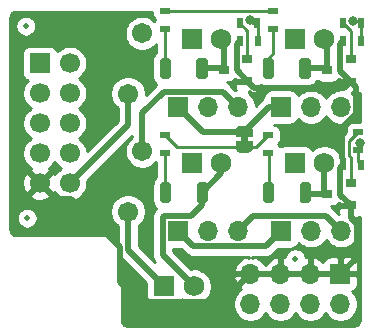
<source format=gbr>
%TF.GenerationSoftware,KiCad,Pcbnew,(5.1.10-1-10_14)*%
%TF.CreationDate,2022-01-11T15:19:51-08:00*%
%TF.ProjectId,FanExpander-Lite,46616e45-7870-4616-9e64-65722d4c6974,V1.0.3*%
%TF.SameCoordinates,Original*%
%TF.FileFunction,Copper,L2,Bot*%
%TF.FilePolarity,Positive*%
%FSLAX46Y46*%
G04 Gerber Fmt 4.6, Leading zero omitted, Abs format (unit mm)*
G04 Created by KiCad (PCBNEW (5.1.10-1-10_14)) date 2022-01-11 15:19:51*
%MOMM*%
%LPD*%
G01*
G04 APERTURE LIST*
%TA.AperFunction,EtchedComponent*%
%ADD10C,0.100000*%
%TD*%
%TA.AperFunction,SMDPad,CuDef*%
%ADD11C,0.500000*%
%TD*%
%TA.AperFunction,ComponentPad*%
%ADD12R,1.700000X1.700000*%
%TD*%
%TA.AperFunction,ComponentPad*%
%ADD13O,1.700000X1.700000*%
%TD*%
%TA.AperFunction,ComponentPad*%
%ADD14C,1.710000*%
%TD*%
%TA.AperFunction,SMDPad,CuDef*%
%ADD15R,0.500000X0.900000*%
%TD*%
%TA.AperFunction,SMDPad,CuDef*%
%ADD16R,0.900000X0.500000*%
%TD*%
%TA.AperFunction,SMDPad,CuDef*%
%ADD17C,0.100000*%
%TD*%
%TA.AperFunction,ComponentPad*%
%ADD18C,1.700000*%
%TD*%
%TA.AperFunction,SMDPad,CuDef*%
%ADD19R,0.900000X0.800000*%
%TD*%
%TA.AperFunction,ComponentPad*%
%ADD20R,1.750000X1.750000*%
%TD*%
%TA.AperFunction,ComponentPad*%
%ADD21C,1.750000*%
%TD*%
%TA.AperFunction,ViaPad*%
%ADD22C,0.800000*%
%TD*%
%TA.AperFunction,Conductor*%
%ADD23C,0.500000*%
%TD*%
%TA.AperFunction,Conductor*%
%ADD24C,0.250000*%
%TD*%
%TA.AperFunction,Conductor*%
%ADD25C,0.254000*%
%TD*%
%TA.AperFunction,Conductor*%
%ADD26C,0.100000*%
%TD*%
G04 APERTURE END LIST*
D10*
%TO.C,JP5*%
G36*
X60456800Y-52396200D02*
G01*
X60456800Y-51896200D01*
X61056800Y-51896200D01*
X61056800Y-52396200D01*
X60456800Y-52396200D01*
G37*
%TD*%
%TO.P,D4,2*%
%TO.N,Net-(D4-Pad2)*%
%TA.AperFunction,SMDPad,CuDef*%
G36*
G01*
X63258120Y-45461720D02*
X63258120Y-46831720D01*
G75*
G02*
X63068120Y-47021720I-190000J0D01*
G01*
X62498120Y-47021720D01*
G75*
G02*
X62308120Y-46831720I0J190000D01*
G01*
X62308120Y-45461720D01*
G75*
G02*
X62498120Y-45271720I190000J0D01*
G01*
X63068120Y-45271720D01*
G75*
G02*
X63258120Y-45461720I0J-190000D01*
G01*
G37*
%TD.AperFunction*%
%TO.P,D4,1*%
%TO.N,/FAN4_Drive*%
%TA.AperFunction,SMDPad,CuDef*%
G36*
G01*
X66358120Y-45461720D02*
X66358120Y-46831720D01*
G75*
G02*
X66168120Y-47021720I-190000J0D01*
G01*
X65598120Y-47021720D01*
G75*
G02*
X65408120Y-46831720I0J190000D01*
G01*
X65408120Y-45461720D01*
G75*
G02*
X65598120Y-45271720I190000J0D01*
G01*
X66168120Y-45271720D01*
G75*
G02*
X66358120Y-45461720I0J-190000D01*
G01*
G37*
%TD.AperFunction*%
%TD*%
%TO.P,D3,2*%
%TO.N,Net-(D3-Pad2)*%
%TA.AperFunction,SMDPad,CuDef*%
G36*
G01*
X63283520Y-55977320D02*
X63283520Y-57347320D01*
G75*
G02*
X63093520Y-57537320I-190000J0D01*
G01*
X62523520Y-57537320D01*
G75*
G02*
X62333520Y-57347320I0J190000D01*
G01*
X62333520Y-55977320D01*
G75*
G02*
X62523520Y-55787320I190000J0D01*
G01*
X63093520Y-55787320D01*
G75*
G02*
X63283520Y-55977320I0J-190000D01*
G01*
G37*
%TD.AperFunction*%
%TO.P,D3,1*%
%TO.N,/FAN3_Drive*%
%TA.AperFunction,SMDPad,CuDef*%
G36*
G01*
X66383520Y-55977320D02*
X66383520Y-57347320D01*
G75*
G02*
X66193520Y-57537320I-190000J0D01*
G01*
X65623520Y-57537320D01*
G75*
G02*
X65433520Y-57347320I0J190000D01*
G01*
X65433520Y-55977320D01*
G75*
G02*
X65623520Y-55787320I190000J0D01*
G01*
X66193520Y-55787320D01*
G75*
G02*
X66383520Y-55977320I0J-190000D01*
G01*
G37*
%TD.AperFunction*%
%TD*%
%TO.P,D2,2*%
%TO.N,Net-(D2-Pad2)*%
%TA.AperFunction,SMDPad,CuDef*%
G36*
G01*
X54545920Y-45461720D02*
X54545920Y-46831720D01*
G75*
G02*
X54355920Y-47021720I-190000J0D01*
G01*
X53785920Y-47021720D01*
G75*
G02*
X53595920Y-46831720I0J190000D01*
G01*
X53595920Y-45461720D01*
G75*
G02*
X53785920Y-45271720I190000J0D01*
G01*
X54355920Y-45271720D01*
G75*
G02*
X54545920Y-45461720I0J-190000D01*
G01*
G37*
%TD.AperFunction*%
%TO.P,D2,1*%
%TO.N,/FAN2_Drive*%
%TA.AperFunction,SMDPad,CuDef*%
G36*
G01*
X57645920Y-45461720D02*
X57645920Y-46831720D01*
G75*
G02*
X57455920Y-47021720I-190000J0D01*
G01*
X56885920Y-47021720D01*
G75*
G02*
X56695920Y-46831720I0J190000D01*
G01*
X56695920Y-45461720D01*
G75*
G02*
X56885920Y-45271720I190000J0D01*
G01*
X57455920Y-45271720D01*
G75*
G02*
X57645920Y-45461720I0J-190000D01*
G01*
G37*
%TD.AperFunction*%
%TD*%
%TO.P,D1,2*%
%TO.N,Net-(D1-Pad2)*%
%TA.AperFunction,SMDPad,CuDef*%
G36*
G01*
X54551000Y-55982400D02*
X54551000Y-57352400D01*
G75*
G02*
X54361000Y-57542400I-190000J0D01*
G01*
X53791000Y-57542400D01*
G75*
G02*
X53601000Y-57352400I0J190000D01*
G01*
X53601000Y-55982400D01*
G75*
G02*
X53791000Y-55792400I190000J0D01*
G01*
X54361000Y-55792400D01*
G75*
G02*
X54551000Y-55982400I0J-190000D01*
G01*
G37*
%TD.AperFunction*%
%TO.P,D1,1*%
%TO.N,/FAN1_Drive*%
%TA.AperFunction,SMDPad,CuDef*%
G36*
G01*
X57651000Y-55982400D02*
X57651000Y-57352400D01*
G75*
G02*
X57461000Y-57542400I-190000J0D01*
G01*
X56891000Y-57542400D01*
G75*
G02*
X56701000Y-57352400I0J190000D01*
G01*
X56701000Y-55982400D01*
G75*
G02*
X56891000Y-55792400I190000J0D01*
G01*
X57461000Y-55792400D01*
G75*
G02*
X57651000Y-55982400I0J-190000D01*
G01*
G37*
%TD.AperFunction*%
%TD*%
D11*
%TO.P,FID3,~*%
%TO.N,N/C*%
X65074800Y-62255400D03*
%TD*%
%TO.P,FID2,~*%
%TO.N,N/C*%
X42367200Y-58826400D03*
%TD*%
%TO.P,FID1,~*%
%TO.N,N/C*%
X42240200Y-42570400D03*
%TD*%
D12*
%TO.P,J7,1*%
%TO.N,GND*%
X68884800Y-63555880D03*
D13*
%TO.P,J7,2*%
%TO.N,/PASS0*%
X68884800Y-66095880D03*
%TO.P,J7,3*%
%TO.N,GND*%
X66344800Y-63555880D03*
%TO.P,J7,4*%
%TO.N,/PASS1*%
X66344800Y-66095880D03*
%TO.P,J7,5*%
%TO.N,GND*%
X63804800Y-63555880D03*
%TO.P,J7,6*%
%TO.N,/PASS2*%
X63804800Y-66095880D03*
%TO.P,J7,7*%
%TO.N,GND*%
X61264800Y-63555880D03*
%TO.P,J7,8*%
%TO.N,/PASS3*%
X61264800Y-66095880D03*
%TD*%
D14*
%TO.P,F2,2*%
%TO.N,/5V_unFused*%
X50900480Y-48285080D03*
%TO.P,F2,1*%
%TO.N,+5V*%
X52100480Y-43185080D03*
%TD*%
%TO.P,F1,2*%
%TO.N,+24V*%
X52106680Y-53167600D03*
%TO.P,F1,1*%
%TO.N,/24V_unFused*%
X50906680Y-58267600D03*
%TD*%
D15*
%TO.P,R10,1*%
%TO.N,GND*%
X69125400Y-43815000D03*
%TO.P,R10,2*%
%TO.N,/FAN4*%
X70625400Y-43815000D03*
%TD*%
%TO.P,R9,2*%
%TO.N,/FAN4*%
X70638800Y-42341800D03*
%TO.P,R9,1*%
%TO.N,Net-(Q3-Pad1)*%
X69138800Y-42341800D03*
%TD*%
D16*
%TO.P,R8,1*%
%TO.N,Net-(D4-Pad2)*%
X63169800Y-42781920D03*
%TO.P,R8,2*%
%TO.N,/LED_Drive*%
X63169800Y-41281920D03*
%TD*%
D15*
%TO.P,R7,1*%
%TO.N,GND*%
X69137400Y-54305200D03*
%TO.P,R7,2*%
%TO.N,/FAN3*%
X70637400Y-54305200D03*
%TD*%
D16*
%TO.P,R6,1*%
%TO.N,Net-(Q2-Pad1)*%
X70408800Y-51548600D03*
%TO.P,R6,2*%
%TO.N,/FAN3*%
X70408800Y-53048600D03*
%TD*%
%TO.P,R5,1*%
%TO.N,Net-(D3-Pad2)*%
X62758320Y-53297520D03*
%TO.P,R5,2*%
%TO.N,/LED_Drive*%
X62758320Y-51797520D03*
%TD*%
D15*
%TO.P,R4,2*%
%TO.N,GND*%
X60375800Y-43789600D03*
%TO.P,R4,1*%
%TO.N,/FAN2*%
X61875800Y-43789600D03*
%TD*%
%TO.P,R3,1*%
%TO.N,Net-(Q1-Pad1)*%
X60362400Y-42316400D03*
%TO.P,R3,2*%
%TO.N,/FAN2*%
X61862400Y-42316400D03*
%TD*%
D16*
%TO.P,R2,1*%
%TO.N,Net-(D2-Pad2)*%
X54046120Y-42781920D03*
%TO.P,R2,2*%
%TO.N,/LED_Drive*%
X54046120Y-41281920D03*
%TD*%
%TO.P,R1,1*%
%TO.N,Net-(D1-Pad2)*%
X54046120Y-53297520D03*
%TO.P,R1,2*%
%TO.N,/LED_Drive*%
X54046120Y-51797520D03*
%TD*%
%TA.AperFunction,SMDPad,CuDef*%
D17*
%TO.P,JP5,2*%
%TO.N,/LED_Drive*%
G36*
X61506198Y-52796200D02*
G01*
X61506198Y-52820734D01*
X61501388Y-52869565D01*
X61491816Y-52917690D01*
X61477572Y-52964645D01*
X61458795Y-53009978D01*
X61435664Y-53053251D01*
X61408404Y-53094050D01*
X61377276Y-53131979D01*
X61342579Y-53166676D01*
X61304650Y-53197804D01*
X61263851Y-53225064D01*
X61220578Y-53248195D01*
X61175245Y-53266972D01*
X61128290Y-53281216D01*
X61080165Y-53290788D01*
X61031334Y-53295598D01*
X61006800Y-53295598D01*
X61006800Y-53296200D01*
X60506800Y-53296200D01*
X60506800Y-53295598D01*
X60482266Y-53295598D01*
X60433435Y-53290788D01*
X60385310Y-53281216D01*
X60338355Y-53266972D01*
X60293022Y-53248195D01*
X60249749Y-53225064D01*
X60208950Y-53197804D01*
X60171021Y-53166676D01*
X60136324Y-53131979D01*
X60105196Y-53094050D01*
X60077936Y-53053251D01*
X60054805Y-53009978D01*
X60036028Y-52964645D01*
X60021784Y-52917690D01*
X60012212Y-52869565D01*
X60007402Y-52820734D01*
X60007402Y-52796200D01*
X60006800Y-52796200D01*
X60006800Y-52296200D01*
X61506800Y-52296200D01*
X61506800Y-52796200D01*
X61506198Y-52796200D01*
G37*
%TD.AperFunction*%
%TA.AperFunction,SMDPad,CuDef*%
%TO.P,JP5,1*%
%TO.N,+5V*%
G36*
X60006800Y-51996200D02*
G01*
X60006800Y-51496200D01*
X60007402Y-51496200D01*
X60007402Y-51471666D01*
X60012212Y-51422835D01*
X60021784Y-51374710D01*
X60036028Y-51327755D01*
X60054805Y-51282422D01*
X60077936Y-51239149D01*
X60105196Y-51198350D01*
X60136324Y-51160421D01*
X60171021Y-51125724D01*
X60208950Y-51094596D01*
X60249749Y-51067336D01*
X60293022Y-51044205D01*
X60338355Y-51025428D01*
X60385310Y-51011184D01*
X60433435Y-51001612D01*
X60482266Y-50996802D01*
X60506800Y-50996802D01*
X60506800Y-50996200D01*
X61006800Y-50996200D01*
X61006800Y-50996802D01*
X61031334Y-50996802D01*
X61080165Y-51001612D01*
X61128290Y-51011184D01*
X61175245Y-51025428D01*
X61220578Y-51044205D01*
X61263851Y-51067336D01*
X61304650Y-51094596D01*
X61342579Y-51125724D01*
X61377276Y-51160421D01*
X61408404Y-51198350D01*
X61435664Y-51239149D01*
X61458795Y-51282422D01*
X61477572Y-51327755D01*
X61491816Y-51374710D01*
X61501388Y-51422835D01*
X61506198Y-51471666D01*
X61506198Y-51496200D01*
X61506800Y-51496200D01*
X61506800Y-51996200D01*
X60006800Y-51996200D01*
G37*
%TD.AperFunction*%
%TD*%
D12*
%TO.P,J5,1*%
%TO.N,/FAN2*%
X43434000Y-45720000D03*
D18*
%TO.P,J5,2*%
%TO.N,/FAN4*%
X45974000Y-45720000D03*
%TO.P,J5,3*%
%TO.N,/PASS0*%
X43434000Y-48260000D03*
%TO.P,J5,4*%
%TO.N,Net-(J5-Pad4)*%
X45974000Y-48260000D03*
%TO.P,J5,5*%
%TO.N,/PASS1*%
X43434000Y-50800000D03*
%TO.P,J5,6*%
%TO.N,/FAN3*%
X45974000Y-50800000D03*
%TO.P,J5,7*%
%TO.N,/PASS2*%
X43434000Y-53340000D03*
%TO.P,J5,8*%
%TO.N,/PASS3*%
X45974000Y-53340000D03*
%TO.P,J5,9*%
%TO.N,GND*%
X43434000Y-55880000D03*
%TO.P,J5,10*%
%TO.N,/5V_unFused*%
X45974000Y-55880000D03*
%TD*%
D19*
%TO.P,Q3,1*%
%TO.N,Net-(Q3-Pad1)*%
X69762880Y-45364360D03*
%TO.P,Q3,2*%
%TO.N,GND*%
X69762880Y-47264360D03*
%TO.P,Q3,3*%
%TO.N,/FAN4_Drive*%
X67762880Y-46314360D03*
%TD*%
%TO.P,Q2,1*%
%TO.N,Net-(Q2-Pad1)*%
X69757800Y-55849480D03*
%TO.P,Q2,2*%
%TO.N,GND*%
X69757800Y-57749480D03*
%TO.P,Q2,3*%
%TO.N,/FAN3_Drive*%
X67757800Y-56799480D03*
%TD*%
%TO.P,Q1,3*%
%TO.N,/FAN2_Drive*%
X59010040Y-46273720D03*
%TO.P,Q1,2*%
%TO.N,GND*%
X61010040Y-47223720D03*
%TO.P,Q1,1*%
%TO.N,Net-(Q1-Pad1)*%
X61010040Y-45323720D03*
%TD*%
D20*
%TO.P,J4,1*%
%TO.N,/F4V*%
X65018920Y-43632120D03*
D21*
%TO.P,J4,2*%
%TO.N,/FAN4_Drive*%
X67518920Y-43632120D03*
%TD*%
D20*
%TO.P,J3,1*%
%TO.N,/F3V*%
X65018920Y-54147720D03*
D21*
%TO.P,J3,2*%
%TO.N,/FAN3_Drive*%
X67518920Y-54147720D03*
%TD*%
D12*
%TO.P,JP4,1*%
%TO.N,+5V*%
X63850520Y-49423320D03*
D13*
%TO.P,JP4,2*%
%TO.N,/F4V*%
X66390520Y-49423320D03*
%TO.P,JP4,3*%
%TO.N,+24V*%
X68930520Y-49423320D03*
%TD*%
D12*
%TO.P,JP3,1*%
%TO.N,+5V*%
X63875920Y-59913520D03*
D13*
%TO.P,JP3,2*%
%TO.N,/F3V*%
X66415920Y-59913520D03*
%TO.P,JP3,3*%
%TO.N,+24V*%
X68955920Y-59913520D03*
%TD*%
D20*
%TO.P,J2,1*%
%TO.N,/F2V*%
X56281320Y-43632120D03*
D21*
%TO.P,J2,2*%
%TO.N,/FAN2_Drive*%
X58781320Y-43632120D03*
%TD*%
D20*
%TO.P,J1,1*%
%TO.N,/F1V*%
X56306720Y-54147720D03*
D21*
%TO.P,J1,2*%
%TO.N,/FAN1_Drive*%
X58806720Y-54147720D03*
%TD*%
D12*
%TO.P,JP2,1*%
%TO.N,+5V*%
X55138320Y-49423320D03*
D13*
%TO.P,JP2,2*%
%TO.N,/F2V*%
X57678320Y-49423320D03*
%TO.P,JP2,3*%
%TO.N,+24V*%
X60218320Y-49423320D03*
%TD*%
D12*
%TO.P,JP1,1*%
%TO.N,+5V*%
X55138320Y-59913520D03*
D13*
%TO.P,JP1,2*%
%TO.N,/F1V*%
X57678320Y-59913520D03*
%TO.P,JP1,3*%
%TO.N,+24V*%
X60218320Y-59913520D03*
%TD*%
D20*
%TO.P,J6,1*%
%TO.N,/24V_unFused*%
X53969920Y-64602360D03*
D21*
%TO.P,J6,2*%
%TO.N,/FAN1_Drive*%
X56469920Y-64602360D03*
%TD*%
D22*
%TO.N,/FAN2*%
X61212402Y-42037000D03*
%TO.N,/FAN4*%
X69988802Y-42138600D03*
%TO.N,/FAN3*%
X70545800Y-52451000D03*
%TD*%
D23*
%TO.N,GND*%
X60110039Y-46323719D02*
X61010040Y-47223720D01*
X60110039Y-44055361D02*
X60110039Y-46323719D01*
X60375800Y-43789600D02*
X60110039Y-44055361D01*
X68857799Y-56849479D02*
X69757800Y-57749480D01*
X68857799Y-54584801D02*
X68857799Y-56849479D01*
X69137400Y-54305200D02*
X68857799Y-54584801D01*
X70255921Y-59289519D02*
X70255921Y-62184759D01*
X69757800Y-58791398D02*
X70255921Y-59289519D01*
X70255921Y-62184759D02*
X68884800Y-63555880D01*
X69757800Y-57749480D02*
X69757800Y-58791398D01*
X68884800Y-63555880D02*
X61264800Y-63555880D01*
X70230521Y-50047321D02*
X70230521Y-47732001D01*
X69058789Y-51219053D02*
X70230521Y-50047321D01*
X69058789Y-53768375D02*
X69058789Y-51219053D01*
X70230521Y-47732001D02*
X69762880Y-47264360D01*
X69137400Y-53846986D02*
X69058789Y-53768375D01*
X69137400Y-54305200D02*
X69137400Y-53846986D01*
X68862879Y-46364359D02*
X69762880Y-47264360D01*
X69125400Y-43815000D02*
X68862879Y-44077521D01*
X68862879Y-44077521D02*
X68862879Y-46364359D01*
X46048667Y-57180001D02*
X44734001Y-57180001D01*
X44734001Y-57180001D02*
X43434000Y-55880000D01*
X50182809Y-64203609D02*
X50182809Y-61314143D01*
X50182809Y-61314143D02*
X46048667Y-57180001D01*
X51906561Y-65927361D02*
X50182809Y-64203609D01*
X58893319Y-65927361D02*
X51906561Y-65927361D01*
X61264800Y-63555880D02*
X58893319Y-65927361D01*
X69230510Y-47796730D02*
X69762880Y-47264360D01*
X61583050Y-47796730D02*
X69230510Y-47796730D01*
X61010040Y-47223720D02*
X61583050Y-47796730D01*
%TO.N,/FAN1_Drive*%
X58806720Y-55036680D02*
X57176000Y-56667400D01*
X58806720Y-54147720D02*
X58806720Y-55036680D01*
X53838319Y-58703519D02*
X53838319Y-61970759D01*
X56273398Y-58613519D02*
X53928319Y-58613519D01*
X53838319Y-61970759D02*
X56469920Y-64602360D01*
X57176000Y-57710917D02*
X56273398Y-58613519D01*
X53928319Y-58613519D02*
X53838319Y-58703519D01*
X57176000Y-56667400D02*
X57176000Y-57710917D01*
D24*
%TO.N,Net-(D3-Pad2)*%
X62808520Y-53347720D02*
X62758320Y-53297520D01*
X62808520Y-56662320D02*
X62808520Y-53347720D01*
D23*
%TO.N,/FAN2_Drive*%
X59010040Y-43860840D02*
X58781320Y-43632120D01*
X59010040Y-46273720D02*
X59010040Y-43860840D01*
X58883040Y-46146720D02*
X59010040Y-46273720D01*
X57170920Y-46146720D02*
X58883040Y-46146720D01*
D24*
%TO.N,Net-(D4-Pad2)*%
X63169800Y-44893300D02*
X62783120Y-45279980D01*
X62783120Y-45279980D02*
X62783120Y-46146720D01*
X63169800Y-42781920D02*
X63169800Y-44893300D01*
D23*
%TO.N,/FAN3_Drive*%
X67518920Y-56560600D02*
X67757800Y-56799480D01*
X67518920Y-54147720D02*
X67518920Y-56560600D01*
X66045680Y-56799480D02*
X65908520Y-56662320D01*
X67757800Y-56799480D02*
X66045680Y-56799480D01*
%TO.N,/FAN4_Drive*%
X67595240Y-46146720D02*
X67762880Y-46314360D01*
X65883120Y-46146720D02*
X67595240Y-46146720D01*
X67762880Y-43876080D02*
X67518920Y-43632120D01*
X67762880Y-46314360D02*
X67762880Y-43876080D01*
%TO.N,+24V*%
X67655919Y-58613519D02*
X68955920Y-59913520D01*
X61518321Y-58613519D02*
X67655919Y-58613519D01*
X60218320Y-59913520D02*
X61518321Y-58613519D01*
X60218320Y-49423320D02*
X58918319Y-48123319D01*
X52106680Y-49944958D02*
X52106680Y-53167600D01*
X53928319Y-48123319D02*
X52106680Y-49944958D01*
X58918319Y-48123319D02*
X53928319Y-48123319D01*
%TO.N,+5V*%
X56438321Y-61213521D02*
X55138320Y-59913520D01*
X63875920Y-59913520D02*
X62575919Y-61213521D01*
X62575919Y-61213521D02*
X56438321Y-61213521D01*
X62829680Y-49423320D02*
X63850520Y-49423320D01*
X60756800Y-51496200D02*
X62829680Y-49423320D01*
X57211200Y-51496200D02*
X55138320Y-49423320D01*
X60756800Y-51496200D02*
X57211200Y-51496200D01*
D24*
%TO.N,/FAN2*%
X61875800Y-42329800D02*
X61862400Y-42316400D01*
X61875800Y-43789600D02*
X61875800Y-42329800D01*
X61491802Y-42316400D02*
X61212402Y-42037000D01*
X61862400Y-42316400D02*
X61491802Y-42316400D01*
%TO.N,/FAN4*%
X70638800Y-42341800D02*
X70638800Y-43801600D01*
X70638800Y-43801600D02*
X70625400Y-43815000D01*
X70435600Y-42138600D02*
X70638800Y-42341800D01*
X69988802Y-42138600D02*
X70435600Y-42138600D01*
%TO.N,/FAN3*%
X70408800Y-54076600D02*
X70637400Y-54305200D01*
X70408800Y-53048600D02*
X70408800Y-54076600D01*
X70510400Y-52947000D02*
X70408800Y-53048600D01*
X70510400Y-52324000D02*
X70510400Y-52947000D01*
%TO.N,Net-(Q1-Pad1)*%
X61010040Y-42964040D02*
X61010040Y-45323720D01*
X60362400Y-42316400D02*
X61010040Y-42964040D01*
%TO.N,Net-(Q2-Pad1)*%
X69633799Y-53530199D02*
X69757800Y-53654200D01*
X69757800Y-53654200D02*
X69757800Y-55849480D01*
X69633799Y-52323601D02*
X69633799Y-53530199D01*
X70408800Y-51548600D02*
X69633799Y-52323601D01*
%TO.N,Net-(Q3-Pad1)*%
X69762880Y-45364360D02*
X69762880Y-42965880D01*
X69762880Y-42965880D02*
X69138800Y-42341800D01*
D23*
%TO.N,/24V_unFused*%
X50906680Y-61539120D02*
X53969920Y-64602360D01*
X50906680Y-58267600D02*
X50906680Y-61539120D01*
%TO.N,/5V_unFused*%
X50900480Y-50953520D02*
X50900480Y-48285080D01*
X45974000Y-55880000D02*
X50900480Y-50953520D01*
D24*
%TO.N,/LED_Drive*%
X54046120Y-41281920D02*
X63169800Y-41281920D01*
X61759640Y-52796200D02*
X62758320Y-51797520D01*
X60756800Y-52796200D02*
X61759640Y-52796200D01*
X60756800Y-52796200D02*
X55044800Y-52796200D01*
X55044800Y-52796200D02*
X54046120Y-51797520D01*
%TO.N,Net-(D1-Pad2)*%
X54046120Y-56637520D02*
X54076000Y-56667400D01*
X54046120Y-53297520D02*
X54046120Y-56637520D01*
%TO.N,Net-(D2-Pad2)*%
X54046120Y-46121920D02*
X54070920Y-46146720D01*
X54046120Y-42781920D02*
X54046120Y-46121920D01*
%TD*%
D25*
%TO.N,GND*%
X70043550Y-58784480D02*
X70207800Y-58787552D01*
X70332282Y-58775292D01*
X70451980Y-58738982D01*
X70510800Y-58707541D01*
X70510800Y-67480921D01*
X70499948Y-67591601D01*
X70477179Y-67667014D01*
X70440197Y-67736568D01*
X70390408Y-67797615D01*
X70329711Y-67847828D01*
X70260414Y-67885297D01*
X70185164Y-67908591D01*
X70076606Y-67920001D01*
X50824411Y-67919999D01*
X50705594Y-67911198D01*
X50629604Y-67890216D01*
X50559137Y-67854872D01*
X50496875Y-67806514D01*
X50445192Y-67746984D01*
X50406057Y-67678551D01*
X50380958Y-67603817D01*
X50367801Y-67502007D01*
X50367799Y-62251817D01*
X52456848Y-64340867D01*
X52456848Y-65477360D01*
X52469108Y-65601842D01*
X52505418Y-65721540D01*
X52564383Y-65831854D01*
X52643735Y-65928545D01*
X52740426Y-66007897D01*
X52850740Y-66066862D01*
X52970438Y-66103172D01*
X53094920Y-66115432D01*
X54844920Y-66115432D01*
X54969402Y-66103172D01*
X55089100Y-66066862D01*
X55199414Y-66007897D01*
X55296105Y-65928545D01*
X55375457Y-65831854D01*
X55434422Y-65721540D01*
X55438894Y-65706796D01*
X55507351Y-65775253D01*
X55754667Y-65940504D01*
X56029469Y-66054331D01*
X56321198Y-66112360D01*
X56618642Y-66112360D01*
X56910371Y-66054331D01*
X57163165Y-65949620D01*
X59779800Y-65949620D01*
X59779800Y-66242140D01*
X59836868Y-66529038D01*
X59948810Y-66799291D01*
X60111325Y-67042512D01*
X60318168Y-67249355D01*
X60561389Y-67411870D01*
X60831642Y-67523812D01*
X61118540Y-67580880D01*
X61411060Y-67580880D01*
X61697958Y-67523812D01*
X61968211Y-67411870D01*
X62211432Y-67249355D01*
X62418275Y-67042512D01*
X62534800Y-66868120D01*
X62651325Y-67042512D01*
X62858168Y-67249355D01*
X63101389Y-67411870D01*
X63371642Y-67523812D01*
X63658540Y-67580880D01*
X63951060Y-67580880D01*
X64237958Y-67523812D01*
X64508211Y-67411870D01*
X64751432Y-67249355D01*
X64958275Y-67042512D01*
X65074800Y-66868120D01*
X65191325Y-67042512D01*
X65398168Y-67249355D01*
X65641389Y-67411870D01*
X65911642Y-67523812D01*
X66198540Y-67580880D01*
X66491060Y-67580880D01*
X66777958Y-67523812D01*
X67048211Y-67411870D01*
X67291432Y-67249355D01*
X67498275Y-67042512D01*
X67614800Y-66868120D01*
X67731325Y-67042512D01*
X67938168Y-67249355D01*
X68181389Y-67411870D01*
X68451642Y-67523812D01*
X68738540Y-67580880D01*
X69031060Y-67580880D01*
X69317958Y-67523812D01*
X69588211Y-67411870D01*
X69831432Y-67249355D01*
X70038275Y-67042512D01*
X70200790Y-66799291D01*
X70312732Y-66529038D01*
X70369800Y-66242140D01*
X70369800Y-65949620D01*
X70312732Y-65662722D01*
X70200790Y-65392469D01*
X70038275Y-65149248D01*
X69906420Y-65017393D01*
X69978980Y-64995382D01*
X70089294Y-64936417D01*
X70185985Y-64857065D01*
X70265337Y-64760374D01*
X70324302Y-64650060D01*
X70360612Y-64530362D01*
X70372872Y-64405880D01*
X70369800Y-63841630D01*
X70211050Y-63682880D01*
X69011800Y-63682880D01*
X69011800Y-63702880D01*
X68757800Y-63702880D01*
X68757800Y-63682880D01*
X66471800Y-63682880D01*
X66471800Y-63702880D01*
X66217800Y-63702880D01*
X66217800Y-63682880D01*
X63931800Y-63682880D01*
X63931800Y-63702880D01*
X63677800Y-63702880D01*
X63677800Y-63682880D01*
X61391800Y-63682880D01*
X61391800Y-63702880D01*
X61137800Y-63702880D01*
X61137800Y-63682880D01*
X59943986Y-63682880D01*
X59823319Y-63912771D01*
X59920643Y-64187132D01*
X60069622Y-64437235D01*
X60264531Y-64653468D01*
X60494206Y-64824780D01*
X60318168Y-64942405D01*
X60111325Y-65149248D01*
X59948810Y-65392469D01*
X59836868Y-65662722D01*
X59779800Y-65949620D01*
X57163165Y-65949620D01*
X57185173Y-65940504D01*
X57432489Y-65775253D01*
X57642813Y-65564929D01*
X57808064Y-65317613D01*
X57921891Y-65042811D01*
X57979920Y-64751082D01*
X57979920Y-64453638D01*
X57921891Y-64161909D01*
X57808064Y-63887107D01*
X57642813Y-63639791D01*
X57432489Y-63429467D01*
X57185173Y-63264216D01*
X56910371Y-63150389D01*
X56618642Y-63092360D01*
X56321198Y-63092360D01*
X56229699Y-63110560D01*
X54723319Y-61604181D01*
X54723319Y-61401592D01*
X55374813Y-61401592D01*
X55781791Y-61808570D01*
X55809504Y-61842338D01*
X55843272Y-61870051D01*
X55843274Y-61870053D01*
X55890409Y-61908736D01*
X55944262Y-61952932D01*
X56098008Y-62035110D01*
X56264831Y-62085716D01*
X56394844Y-62098521D01*
X56394854Y-62098521D01*
X56438320Y-62102802D01*
X56481787Y-62098521D01*
X61137798Y-62098521D01*
X61137798Y-62235724D01*
X60907910Y-62114404D01*
X60760701Y-62159055D01*
X60497880Y-62284239D01*
X60264531Y-62458292D01*
X60069622Y-62674525D01*
X59920643Y-62924628D01*
X59823319Y-63198989D01*
X59943986Y-63428880D01*
X61137800Y-63428880D01*
X61137800Y-63408880D01*
X61391800Y-63408880D01*
X61391800Y-63428880D01*
X63677800Y-63428880D01*
X63677800Y-62235725D01*
X63931800Y-62235725D01*
X63931800Y-63428880D01*
X66217800Y-63428880D01*
X66217800Y-62235725D01*
X66471800Y-62235725D01*
X66471800Y-63428880D01*
X68757800Y-63428880D01*
X68757800Y-62229630D01*
X69011800Y-62229630D01*
X69011800Y-63428880D01*
X70211050Y-63428880D01*
X70369800Y-63270130D01*
X70372872Y-62705880D01*
X70360612Y-62581398D01*
X70324302Y-62461700D01*
X70265337Y-62351386D01*
X70185985Y-62254695D01*
X70089294Y-62175343D01*
X69978980Y-62116378D01*
X69859282Y-62080068D01*
X69734800Y-62067808D01*
X69170550Y-62070880D01*
X69011800Y-62229630D01*
X68757800Y-62229630D01*
X68599050Y-62070880D01*
X68034800Y-62067808D01*
X67910318Y-62080068D01*
X67790620Y-62116378D01*
X67680306Y-62175343D01*
X67583615Y-62254695D01*
X67504263Y-62351386D01*
X67445298Y-62461700D01*
X67420834Y-62542346D01*
X67345069Y-62458292D01*
X67111720Y-62284239D01*
X66848899Y-62159055D01*
X66701690Y-62114404D01*
X66471800Y-62235725D01*
X66217800Y-62235725D01*
X65987910Y-62114404D01*
X65951301Y-62125508D01*
X65925790Y-61997255D01*
X65859077Y-61836195D01*
X65762224Y-61691245D01*
X65638955Y-61567976D01*
X65494005Y-61471123D01*
X65332945Y-61404410D01*
X65161965Y-61370400D01*
X64987635Y-61370400D01*
X64816655Y-61404410D01*
X64655595Y-61471123D01*
X64510645Y-61567976D01*
X64387376Y-61691245D01*
X64290523Y-61836195D01*
X64223810Y-61997255D01*
X64198299Y-62125508D01*
X64161690Y-62114404D01*
X63931800Y-62235725D01*
X63677800Y-62235725D01*
X63447910Y-62114404D01*
X63300701Y-62159055D01*
X63037880Y-62284239D01*
X62804531Y-62458292D01*
X62609622Y-62674525D01*
X62534800Y-62800135D01*
X62459978Y-62674525D01*
X62265069Y-62458292D01*
X62031720Y-62284239D01*
X61768899Y-62159055D01*
X61621690Y-62114404D01*
X61391802Y-62235724D01*
X61391802Y-62098521D01*
X62532450Y-62098521D01*
X62575919Y-62102802D01*
X62619388Y-62098521D01*
X62619396Y-62098521D01*
X62749409Y-62085716D01*
X62916232Y-62035110D01*
X63069978Y-61952932D01*
X63204736Y-61842338D01*
X63232453Y-61808565D01*
X63639426Y-61401592D01*
X64725920Y-61401592D01*
X64850402Y-61389332D01*
X64970100Y-61353022D01*
X65080414Y-61294057D01*
X65177105Y-61214705D01*
X65256457Y-61118014D01*
X65315422Y-61007700D01*
X65337433Y-60935140D01*
X65469288Y-61066995D01*
X65712509Y-61229510D01*
X65982762Y-61341452D01*
X66269660Y-61398520D01*
X66562180Y-61398520D01*
X66849078Y-61341452D01*
X67119331Y-61229510D01*
X67362552Y-61066995D01*
X67569395Y-60860152D01*
X67685920Y-60685760D01*
X67802445Y-60860152D01*
X68009288Y-61066995D01*
X68252509Y-61229510D01*
X68522762Y-61341452D01*
X68809660Y-61398520D01*
X69102180Y-61398520D01*
X69389078Y-61341452D01*
X69659331Y-61229510D01*
X69902552Y-61066995D01*
X70109395Y-60860152D01*
X70271910Y-60616931D01*
X70383852Y-60346678D01*
X70440920Y-60059780D01*
X70440920Y-59767260D01*
X70383852Y-59480362D01*
X70271910Y-59210109D01*
X70109395Y-58966888D01*
X69902552Y-58760045D01*
X69884802Y-58748185D01*
X69884802Y-58625732D01*
X70043550Y-58784480D01*
%TA.AperFunction,Conductor*%
D26*
G36*
X70043550Y-58784480D02*
G01*
X70207800Y-58787552D01*
X70332282Y-58775292D01*
X70451980Y-58738982D01*
X70510800Y-58707541D01*
X70510800Y-67480921D01*
X70499948Y-67591601D01*
X70477179Y-67667014D01*
X70440197Y-67736568D01*
X70390408Y-67797615D01*
X70329711Y-67847828D01*
X70260414Y-67885297D01*
X70185164Y-67908591D01*
X70076606Y-67920001D01*
X50824411Y-67919999D01*
X50705594Y-67911198D01*
X50629604Y-67890216D01*
X50559137Y-67854872D01*
X50496875Y-67806514D01*
X50445192Y-67746984D01*
X50406057Y-67678551D01*
X50380958Y-67603817D01*
X50367801Y-67502007D01*
X50367799Y-62251817D01*
X52456848Y-64340867D01*
X52456848Y-65477360D01*
X52469108Y-65601842D01*
X52505418Y-65721540D01*
X52564383Y-65831854D01*
X52643735Y-65928545D01*
X52740426Y-66007897D01*
X52850740Y-66066862D01*
X52970438Y-66103172D01*
X53094920Y-66115432D01*
X54844920Y-66115432D01*
X54969402Y-66103172D01*
X55089100Y-66066862D01*
X55199414Y-66007897D01*
X55296105Y-65928545D01*
X55375457Y-65831854D01*
X55434422Y-65721540D01*
X55438894Y-65706796D01*
X55507351Y-65775253D01*
X55754667Y-65940504D01*
X56029469Y-66054331D01*
X56321198Y-66112360D01*
X56618642Y-66112360D01*
X56910371Y-66054331D01*
X57163165Y-65949620D01*
X59779800Y-65949620D01*
X59779800Y-66242140D01*
X59836868Y-66529038D01*
X59948810Y-66799291D01*
X60111325Y-67042512D01*
X60318168Y-67249355D01*
X60561389Y-67411870D01*
X60831642Y-67523812D01*
X61118540Y-67580880D01*
X61411060Y-67580880D01*
X61697958Y-67523812D01*
X61968211Y-67411870D01*
X62211432Y-67249355D01*
X62418275Y-67042512D01*
X62534800Y-66868120D01*
X62651325Y-67042512D01*
X62858168Y-67249355D01*
X63101389Y-67411870D01*
X63371642Y-67523812D01*
X63658540Y-67580880D01*
X63951060Y-67580880D01*
X64237958Y-67523812D01*
X64508211Y-67411870D01*
X64751432Y-67249355D01*
X64958275Y-67042512D01*
X65074800Y-66868120D01*
X65191325Y-67042512D01*
X65398168Y-67249355D01*
X65641389Y-67411870D01*
X65911642Y-67523812D01*
X66198540Y-67580880D01*
X66491060Y-67580880D01*
X66777958Y-67523812D01*
X67048211Y-67411870D01*
X67291432Y-67249355D01*
X67498275Y-67042512D01*
X67614800Y-66868120D01*
X67731325Y-67042512D01*
X67938168Y-67249355D01*
X68181389Y-67411870D01*
X68451642Y-67523812D01*
X68738540Y-67580880D01*
X69031060Y-67580880D01*
X69317958Y-67523812D01*
X69588211Y-67411870D01*
X69831432Y-67249355D01*
X70038275Y-67042512D01*
X70200790Y-66799291D01*
X70312732Y-66529038D01*
X70369800Y-66242140D01*
X70369800Y-65949620D01*
X70312732Y-65662722D01*
X70200790Y-65392469D01*
X70038275Y-65149248D01*
X69906420Y-65017393D01*
X69978980Y-64995382D01*
X70089294Y-64936417D01*
X70185985Y-64857065D01*
X70265337Y-64760374D01*
X70324302Y-64650060D01*
X70360612Y-64530362D01*
X70372872Y-64405880D01*
X70369800Y-63841630D01*
X70211050Y-63682880D01*
X69011800Y-63682880D01*
X69011800Y-63702880D01*
X68757800Y-63702880D01*
X68757800Y-63682880D01*
X66471800Y-63682880D01*
X66471800Y-63702880D01*
X66217800Y-63702880D01*
X66217800Y-63682880D01*
X63931800Y-63682880D01*
X63931800Y-63702880D01*
X63677800Y-63702880D01*
X63677800Y-63682880D01*
X61391800Y-63682880D01*
X61391800Y-63702880D01*
X61137800Y-63702880D01*
X61137800Y-63682880D01*
X59943986Y-63682880D01*
X59823319Y-63912771D01*
X59920643Y-64187132D01*
X60069622Y-64437235D01*
X60264531Y-64653468D01*
X60494206Y-64824780D01*
X60318168Y-64942405D01*
X60111325Y-65149248D01*
X59948810Y-65392469D01*
X59836868Y-65662722D01*
X59779800Y-65949620D01*
X57163165Y-65949620D01*
X57185173Y-65940504D01*
X57432489Y-65775253D01*
X57642813Y-65564929D01*
X57808064Y-65317613D01*
X57921891Y-65042811D01*
X57979920Y-64751082D01*
X57979920Y-64453638D01*
X57921891Y-64161909D01*
X57808064Y-63887107D01*
X57642813Y-63639791D01*
X57432489Y-63429467D01*
X57185173Y-63264216D01*
X56910371Y-63150389D01*
X56618642Y-63092360D01*
X56321198Y-63092360D01*
X56229699Y-63110560D01*
X54723319Y-61604181D01*
X54723319Y-61401592D01*
X55374813Y-61401592D01*
X55781791Y-61808570D01*
X55809504Y-61842338D01*
X55843272Y-61870051D01*
X55843274Y-61870053D01*
X55890409Y-61908736D01*
X55944262Y-61952932D01*
X56098008Y-62035110D01*
X56264831Y-62085716D01*
X56394844Y-62098521D01*
X56394854Y-62098521D01*
X56438320Y-62102802D01*
X56481787Y-62098521D01*
X61137798Y-62098521D01*
X61137798Y-62235724D01*
X60907910Y-62114404D01*
X60760701Y-62159055D01*
X60497880Y-62284239D01*
X60264531Y-62458292D01*
X60069622Y-62674525D01*
X59920643Y-62924628D01*
X59823319Y-63198989D01*
X59943986Y-63428880D01*
X61137800Y-63428880D01*
X61137800Y-63408880D01*
X61391800Y-63408880D01*
X61391800Y-63428880D01*
X63677800Y-63428880D01*
X63677800Y-62235725D01*
X63931800Y-62235725D01*
X63931800Y-63428880D01*
X66217800Y-63428880D01*
X66217800Y-62235725D01*
X66471800Y-62235725D01*
X66471800Y-63428880D01*
X68757800Y-63428880D01*
X68757800Y-62229630D01*
X69011800Y-62229630D01*
X69011800Y-63428880D01*
X70211050Y-63428880D01*
X70369800Y-63270130D01*
X70372872Y-62705880D01*
X70360612Y-62581398D01*
X70324302Y-62461700D01*
X70265337Y-62351386D01*
X70185985Y-62254695D01*
X70089294Y-62175343D01*
X69978980Y-62116378D01*
X69859282Y-62080068D01*
X69734800Y-62067808D01*
X69170550Y-62070880D01*
X69011800Y-62229630D01*
X68757800Y-62229630D01*
X68599050Y-62070880D01*
X68034800Y-62067808D01*
X67910318Y-62080068D01*
X67790620Y-62116378D01*
X67680306Y-62175343D01*
X67583615Y-62254695D01*
X67504263Y-62351386D01*
X67445298Y-62461700D01*
X67420834Y-62542346D01*
X67345069Y-62458292D01*
X67111720Y-62284239D01*
X66848899Y-62159055D01*
X66701690Y-62114404D01*
X66471800Y-62235725D01*
X66217800Y-62235725D01*
X65987910Y-62114404D01*
X65951301Y-62125508D01*
X65925790Y-61997255D01*
X65859077Y-61836195D01*
X65762224Y-61691245D01*
X65638955Y-61567976D01*
X65494005Y-61471123D01*
X65332945Y-61404410D01*
X65161965Y-61370400D01*
X64987635Y-61370400D01*
X64816655Y-61404410D01*
X64655595Y-61471123D01*
X64510645Y-61567976D01*
X64387376Y-61691245D01*
X64290523Y-61836195D01*
X64223810Y-61997255D01*
X64198299Y-62125508D01*
X64161690Y-62114404D01*
X63931800Y-62235725D01*
X63677800Y-62235725D01*
X63447910Y-62114404D01*
X63300701Y-62159055D01*
X63037880Y-62284239D01*
X62804531Y-62458292D01*
X62609622Y-62674525D01*
X62534800Y-62800135D01*
X62459978Y-62674525D01*
X62265069Y-62458292D01*
X62031720Y-62284239D01*
X61768899Y-62159055D01*
X61621690Y-62114404D01*
X61391802Y-62235724D01*
X61391802Y-62098521D01*
X62532450Y-62098521D01*
X62575919Y-62102802D01*
X62619388Y-62098521D01*
X62619396Y-62098521D01*
X62749409Y-62085716D01*
X62916232Y-62035110D01*
X63069978Y-61952932D01*
X63204736Y-61842338D01*
X63232453Y-61808565D01*
X63639426Y-61401592D01*
X64725920Y-61401592D01*
X64850402Y-61389332D01*
X64970100Y-61353022D01*
X65080414Y-61294057D01*
X65177105Y-61214705D01*
X65256457Y-61118014D01*
X65315422Y-61007700D01*
X65337433Y-60935140D01*
X65469288Y-61066995D01*
X65712509Y-61229510D01*
X65982762Y-61341452D01*
X66269660Y-61398520D01*
X66562180Y-61398520D01*
X66849078Y-61341452D01*
X67119331Y-61229510D01*
X67362552Y-61066995D01*
X67569395Y-60860152D01*
X67685920Y-60685760D01*
X67802445Y-60860152D01*
X68009288Y-61066995D01*
X68252509Y-61229510D01*
X68522762Y-61341452D01*
X68809660Y-61398520D01*
X69102180Y-61398520D01*
X69389078Y-61341452D01*
X69659331Y-61229510D01*
X69902552Y-61066995D01*
X70109395Y-60860152D01*
X70271910Y-60616931D01*
X70383852Y-60346678D01*
X70440920Y-60059780D01*
X70440920Y-59767260D01*
X70383852Y-59480362D01*
X70271910Y-59210109D01*
X70109395Y-58966888D01*
X69902552Y-58760045D01*
X69884802Y-58748185D01*
X69884802Y-58625732D01*
X70043550Y-58784480D01*
G37*
%TD.AperFunction*%
D25*
X52958048Y-41531920D02*
X52970308Y-41656402D01*
X53006618Y-41776100D01*
X53065583Y-41886414D01*
X53144935Y-41983105D01*
X53204416Y-42031920D01*
X53144935Y-42080735D01*
X53126173Y-42103596D01*
X53050299Y-42027722D01*
X52806259Y-41864660D01*
X52535097Y-41752340D01*
X52247232Y-41695080D01*
X51953728Y-41695080D01*
X51665863Y-41752340D01*
X51394701Y-41864660D01*
X51150661Y-42027722D01*
X50943122Y-42235261D01*
X50780060Y-42479301D01*
X50667740Y-42750463D01*
X50610480Y-43038328D01*
X50610480Y-43331832D01*
X50667740Y-43619697D01*
X50780060Y-43890859D01*
X50943122Y-44134899D01*
X51150661Y-44342438D01*
X51394701Y-44505500D01*
X51665863Y-44617820D01*
X51953728Y-44675080D01*
X52247232Y-44675080D01*
X52535097Y-44617820D01*
X52806259Y-44505500D01*
X53050299Y-44342438D01*
X53257838Y-44134899D01*
X53286120Y-44092571D01*
X53286121Y-44805823D01*
X53200385Y-44876185D01*
X53097403Y-45001668D01*
X53020881Y-45144831D01*
X52973759Y-45300171D01*
X52957848Y-45461720D01*
X52957848Y-46831720D01*
X52973759Y-46993269D01*
X53020881Y-47148609D01*
X53097403Y-47291772D01*
X53200385Y-47417255D01*
X53297493Y-47496950D01*
X53271789Y-47528270D01*
X52390480Y-48409580D01*
X52390480Y-48138328D01*
X52333220Y-47850463D01*
X52220900Y-47579301D01*
X52057838Y-47335261D01*
X51850299Y-47127722D01*
X51606259Y-46964660D01*
X51335097Y-46852340D01*
X51047232Y-46795080D01*
X50753728Y-46795080D01*
X50465863Y-46852340D01*
X50194701Y-46964660D01*
X49950661Y-47127722D01*
X49743122Y-47335261D01*
X49580060Y-47579301D01*
X49467740Y-47850463D01*
X49410480Y-48138328D01*
X49410480Y-48431832D01*
X49467740Y-48719697D01*
X49580060Y-48990859D01*
X49743122Y-49234899D01*
X49950661Y-49442438D01*
X50015481Y-49485749D01*
X50015480Y-50586941D01*
X47450652Y-53151770D01*
X47401932Y-52906842D01*
X47289990Y-52636589D01*
X47127475Y-52393368D01*
X46920632Y-52186525D01*
X46746240Y-52070000D01*
X46920632Y-51953475D01*
X47127475Y-51746632D01*
X47289990Y-51503411D01*
X47401932Y-51233158D01*
X47459000Y-50946260D01*
X47459000Y-50653740D01*
X47401932Y-50366842D01*
X47289990Y-50096589D01*
X47127475Y-49853368D01*
X46920632Y-49646525D01*
X46746240Y-49530000D01*
X46920632Y-49413475D01*
X47127475Y-49206632D01*
X47289990Y-48963411D01*
X47401932Y-48693158D01*
X47459000Y-48406260D01*
X47459000Y-48113740D01*
X47401932Y-47826842D01*
X47289990Y-47556589D01*
X47127475Y-47313368D01*
X46920632Y-47106525D01*
X46746240Y-46990000D01*
X46920632Y-46873475D01*
X47127475Y-46666632D01*
X47289990Y-46423411D01*
X47401932Y-46153158D01*
X47459000Y-45866260D01*
X47459000Y-45573740D01*
X47401932Y-45286842D01*
X47289990Y-45016589D01*
X47127475Y-44773368D01*
X46920632Y-44566525D01*
X46677411Y-44404010D01*
X46407158Y-44292068D01*
X46120260Y-44235000D01*
X45827740Y-44235000D01*
X45540842Y-44292068D01*
X45270589Y-44404010D01*
X45027368Y-44566525D01*
X44895513Y-44698380D01*
X44873502Y-44625820D01*
X44814537Y-44515506D01*
X44735185Y-44418815D01*
X44638494Y-44339463D01*
X44528180Y-44280498D01*
X44408482Y-44244188D01*
X44284000Y-44231928D01*
X42584000Y-44231928D01*
X42459518Y-44244188D01*
X42339820Y-44280498D01*
X42229506Y-44339463D01*
X42132815Y-44418815D01*
X42053463Y-44515506D01*
X41994498Y-44625820D01*
X41958188Y-44745518D01*
X41945928Y-44870000D01*
X41945928Y-46570000D01*
X41958188Y-46694482D01*
X41994498Y-46814180D01*
X42053463Y-46924494D01*
X42132815Y-47021185D01*
X42229506Y-47100537D01*
X42339820Y-47159502D01*
X42412380Y-47181513D01*
X42280525Y-47313368D01*
X42118010Y-47556589D01*
X42006068Y-47826842D01*
X41949000Y-48113740D01*
X41949000Y-48406260D01*
X42006068Y-48693158D01*
X42118010Y-48963411D01*
X42280525Y-49206632D01*
X42487368Y-49413475D01*
X42661760Y-49530000D01*
X42487368Y-49646525D01*
X42280525Y-49853368D01*
X42118010Y-50096589D01*
X42006068Y-50366842D01*
X41949000Y-50653740D01*
X41949000Y-50946260D01*
X42006068Y-51233158D01*
X42118010Y-51503411D01*
X42280525Y-51746632D01*
X42487368Y-51953475D01*
X42661760Y-52070000D01*
X42487368Y-52186525D01*
X42280525Y-52393368D01*
X42118010Y-52636589D01*
X42006068Y-52906842D01*
X41949000Y-53193740D01*
X41949000Y-53486260D01*
X42006068Y-53773158D01*
X42118010Y-54043411D01*
X42280525Y-54286632D01*
X42487368Y-54493475D01*
X42660729Y-54609311D01*
X42585208Y-54851603D01*
X43434000Y-55700395D01*
X44282792Y-54851603D01*
X44207271Y-54609311D01*
X44380632Y-54493475D01*
X44587475Y-54286632D01*
X44704000Y-54112240D01*
X44820525Y-54286632D01*
X45027368Y-54493475D01*
X45201760Y-54610000D01*
X45027368Y-54726525D01*
X44820525Y-54933368D01*
X44704689Y-55106729D01*
X44462397Y-55031208D01*
X43613605Y-55880000D01*
X44462397Y-56728792D01*
X44704689Y-56653271D01*
X44820525Y-56826632D01*
X45027368Y-57033475D01*
X45270589Y-57195990D01*
X45540842Y-57307932D01*
X45827740Y-57365000D01*
X46120260Y-57365000D01*
X46407158Y-57307932D01*
X46677411Y-57195990D01*
X46920632Y-57033475D01*
X47127475Y-56826632D01*
X47289990Y-56583411D01*
X47401932Y-56313158D01*
X47459000Y-56026260D01*
X47459000Y-55733740D01*
X47444539Y-55661039D01*
X51221681Y-51883898D01*
X51221681Y-51966931D01*
X51156861Y-52010242D01*
X50949322Y-52217781D01*
X50786260Y-52461821D01*
X50673940Y-52732983D01*
X50616680Y-53020848D01*
X50616680Y-53314352D01*
X50673940Y-53602217D01*
X50786260Y-53873379D01*
X50949322Y-54117419D01*
X51156861Y-54324958D01*
X51400901Y-54488020D01*
X51672063Y-54600340D01*
X51959928Y-54657600D01*
X52253432Y-54657600D01*
X52541297Y-54600340D01*
X52812459Y-54488020D01*
X53056499Y-54324958D01*
X53264038Y-54117419D01*
X53277519Y-54097243D01*
X53286120Y-54101840D01*
X53286121Y-55330672D01*
X53205465Y-55396865D01*
X53102483Y-55522348D01*
X53025961Y-55665511D01*
X52978839Y-55820851D01*
X52962928Y-55982400D01*
X52962928Y-57352400D01*
X52978839Y-57513949D01*
X53025961Y-57669289D01*
X53102483Y-57812452D01*
X53205465Y-57937935D01*
X53284590Y-58002872D01*
X53271787Y-58018473D01*
X53243275Y-58046985D01*
X53209502Y-58074702D01*
X53098908Y-58209461D01*
X53016730Y-58363207D01*
X52966124Y-58530030D01*
X52953319Y-58660043D01*
X52953319Y-58660050D01*
X52949038Y-58703519D01*
X52953319Y-58746988D01*
X52953320Y-61927280D01*
X52949038Y-61970759D01*
X52966124Y-62144249D01*
X53016731Y-62311072D01*
X53098909Y-62464818D01*
X53167341Y-62548202D01*
X51791680Y-61172542D01*
X51791680Y-59468269D01*
X51856499Y-59424958D01*
X52064038Y-59217419D01*
X52227100Y-58973379D01*
X52339420Y-58702217D01*
X52396680Y-58414352D01*
X52396680Y-58120848D01*
X52339420Y-57832983D01*
X52227100Y-57561821D01*
X52064038Y-57317781D01*
X51856499Y-57110242D01*
X51612459Y-56947180D01*
X51341297Y-56834860D01*
X51053432Y-56777600D01*
X50759928Y-56777600D01*
X50472063Y-56834860D01*
X50200901Y-56947180D01*
X49956861Y-57110242D01*
X49749322Y-57317781D01*
X49586260Y-57561821D01*
X49473940Y-57832983D01*
X49416680Y-58120848D01*
X49416680Y-58414352D01*
X49473940Y-58702217D01*
X49586260Y-58973379D01*
X49749322Y-59217419D01*
X49956861Y-59424958D01*
X50021680Y-59468269D01*
X50021681Y-60943917D01*
X49901243Y-60798332D01*
X49858790Y-60756174D01*
X49816943Y-60713441D01*
X49809848Y-60707572D01*
X49809844Y-60707568D01*
X49809840Y-60707565D01*
X49648496Y-60575977D01*
X49598698Y-60542892D01*
X49549317Y-60509079D01*
X49541211Y-60504697D01*
X49357379Y-60406951D01*
X49302100Y-60384167D01*
X49247089Y-60360588D01*
X49238286Y-60357864D01*
X49038969Y-60297687D01*
X48980296Y-60286070D01*
X48921779Y-60273631D01*
X48912614Y-60272668D01*
X48705405Y-60252351D01*
X48705392Y-60252351D01*
X48673419Y-60249202D01*
X41365956Y-60249198D01*
X41263331Y-60236663D01*
X41188426Y-60212088D01*
X41119721Y-60173431D01*
X41059831Y-60122165D01*
X41011039Y-60060242D01*
X40975204Y-59990021D01*
X40953693Y-59914185D01*
X40944400Y-59799589D01*
X40944400Y-58739235D01*
X41482200Y-58739235D01*
X41482200Y-58913565D01*
X41516210Y-59084545D01*
X41582923Y-59245605D01*
X41679776Y-59390555D01*
X41803045Y-59513824D01*
X41947995Y-59610677D01*
X42109055Y-59677390D01*
X42280035Y-59711400D01*
X42454365Y-59711400D01*
X42625345Y-59677390D01*
X42786405Y-59610677D01*
X42931355Y-59513824D01*
X43054624Y-59390555D01*
X43151477Y-59245605D01*
X43218190Y-59084545D01*
X43252200Y-58913565D01*
X43252200Y-58739235D01*
X43218190Y-58568255D01*
X43151477Y-58407195D01*
X43054624Y-58262245D01*
X42931355Y-58138976D01*
X42786405Y-58042123D01*
X42625345Y-57975410D01*
X42454365Y-57941400D01*
X42280035Y-57941400D01*
X42109055Y-57975410D01*
X41947995Y-58042123D01*
X41803045Y-58138976D01*
X41679776Y-58262245D01*
X41582923Y-58407195D01*
X41516210Y-58568255D01*
X41482200Y-58739235D01*
X40944400Y-58739235D01*
X40944400Y-56908397D01*
X42585208Y-56908397D01*
X42662843Y-57157472D01*
X42926883Y-57283371D01*
X43210411Y-57355339D01*
X43502531Y-57370611D01*
X43792019Y-57328599D01*
X44067747Y-57230919D01*
X44205157Y-57157472D01*
X44282792Y-56908397D01*
X43434000Y-56059605D01*
X42585208Y-56908397D01*
X40944400Y-56908397D01*
X40944400Y-55948531D01*
X41943389Y-55948531D01*
X41985401Y-56238019D01*
X42083081Y-56513747D01*
X42156528Y-56651157D01*
X42405603Y-56728792D01*
X43254395Y-55880000D01*
X42405603Y-55031208D01*
X42156528Y-55108843D01*
X42030629Y-55372883D01*
X41958661Y-55656411D01*
X41943389Y-55948531D01*
X40944400Y-55948531D01*
X40944400Y-42483235D01*
X41355200Y-42483235D01*
X41355200Y-42657565D01*
X41389210Y-42828545D01*
X41455923Y-42989605D01*
X41552776Y-43134555D01*
X41676045Y-43257824D01*
X41820995Y-43354677D01*
X41982055Y-43421390D01*
X42153035Y-43455400D01*
X42327365Y-43455400D01*
X42498345Y-43421390D01*
X42659405Y-43354677D01*
X42804355Y-43257824D01*
X42927624Y-43134555D01*
X43024477Y-42989605D01*
X43091190Y-42828545D01*
X43125200Y-42657565D01*
X43125200Y-42483235D01*
X43091190Y-42312255D01*
X43024477Y-42151195D01*
X42927624Y-42006245D01*
X42804355Y-41882976D01*
X42659405Y-41786123D01*
X42498345Y-41719410D01*
X42327365Y-41685400D01*
X42153035Y-41685400D01*
X41982055Y-41719410D01*
X41820995Y-41786123D01*
X41676045Y-41882976D01*
X41552776Y-42006245D01*
X41455923Y-42151195D01*
X41389210Y-42312255D01*
X41355200Y-42483235D01*
X40944400Y-42483235D01*
X40944400Y-41815279D01*
X40955252Y-41704600D01*
X40978021Y-41629186D01*
X41015003Y-41559632D01*
X41064792Y-41498586D01*
X41125491Y-41448371D01*
X41194786Y-41410903D01*
X41270039Y-41387608D01*
X41378584Y-41376200D01*
X52958048Y-41376200D01*
X52958048Y-41531920D01*
%TA.AperFunction,Conductor*%
D26*
G36*
X52958048Y-41531920D02*
G01*
X52970308Y-41656402D01*
X53006618Y-41776100D01*
X53065583Y-41886414D01*
X53144935Y-41983105D01*
X53204416Y-42031920D01*
X53144935Y-42080735D01*
X53126173Y-42103596D01*
X53050299Y-42027722D01*
X52806259Y-41864660D01*
X52535097Y-41752340D01*
X52247232Y-41695080D01*
X51953728Y-41695080D01*
X51665863Y-41752340D01*
X51394701Y-41864660D01*
X51150661Y-42027722D01*
X50943122Y-42235261D01*
X50780060Y-42479301D01*
X50667740Y-42750463D01*
X50610480Y-43038328D01*
X50610480Y-43331832D01*
X50667740Y-43619697D01*
X50780060Y-43890859D01*
X50943122Y-44134899D01*
X51150661Y-44342438D01*
X51394701Y-44505500D01*
X51665863Y-44617820D01*
X51953728Y-44675080D01*
X52247232Y-44675080D01*
X52535097Y-44617820D01*
X52806259Y-44505500D01*
X53050299Y-44342438D01*
X53257838Y-44134899D01*
X53286120Y-44092571D01*
X53286121Y-44805823D01*
X53200385Y-44876185D01*
X53097403Y-45001668D01*
X53020881Y-45144831D01*
X52973759Y-45300171D01*
X52957848Y-45461720D01*
X52957848Y-46831720D01*
X52973759Y-46993269D01*
X53020881Y-47148609D01*
X53097403Y-47291772D01*
X53200385Y-47417255D01*
X53297493Y-47496950D01*
X53271789Y-47528270D01*
X52390480Y-48409580D01*
X52390480Y-48138328D01*
X52333220Y-47850463D01*
X52220900Y-47579301D01*
X52057838Y-47335261D01*
X51850299Y-47127722D01*
X51606259Y-46964660D01*
X51335097Y-46852340D01*
X51047232Y-46795080D01*
X50753728Y-46795080D01*
X50465863Y-46852340D01*
X50194701Y-46964660D01*
X49950661Y-47127722D01*
X49743122Y-47335261D01*
X49580060Y-47579301D01*
X49467740Y-47850463D01*
X49410480Y-48138328D01*
X49410480Y-48431832D01*
X49467740Y-48719697D01*
X49580060Y-48990859D01*
X49743122Y-49234899D01*
X49950661Y-49442438D01*
X50015481Y-49485749D01*
X50015480Y-50586941D01*
X47450652Y-53151770D01*
X47401932Y-52906842D01*
X47289990Y-52636589D01*
X47127475Y-52393368D01*
X46920632Y-52186525D01*
X46746240Y-52070000D01*
X46920632Y-51953475D01*
X47127475Y-51746632D01*
X47289990Y-51503411D01*
X47401932Y-51233158D01*
X47459000Y-50946260D01*
X47459000Y-50653740D01*
X47401932Y-50366842D01*
X47289990Y-50096589D01*
X47127475Y-49853368D01*
X46920632Y-49646525D01*
X46746240Y-49530000D01*
X46920632Y-49413475D01*
X47127475Y-49206632D01*
X47289990Y-48963411D01*
X47401932Y-48693158D01*
X47459000Y-48406260D01*
X47459000Y-48113740D01*
X47401932Y-47826842D01*
X47289990Y-47556589D01*
X47127475Y-47313368D01*
X46920632Y-47106525D01*
X46746240Y-46990000D01*
X46920632Y-46873475D01*
X47127475Y-46666632D01*
X47289990Y-46423411D01*
X47401932Y-46153158D01*
X47459000Y-45866260D01*
X47459000Y-45573740D01*
X47401932Y-45286842D01*
X47289990Y-45016589D01*
X47127475Y-44773368D01*
X46920632Y-44566525D01*
X46677411Y-44404010D01*
X46407158Y-44292068D01*
X46120260Y-44235000D01*
X45827740Y-44235000D01*
X45540842Y-44292068D01*
X45270589Y-44404010D01*
X45027368Y-44566525D01*
X44895513Y-44698380D01*
X44873502Y-44625820D01*
X44814537Y-44515506D01*
X44735185Y-44418815D01*
X44638494Y-44339463D01*
X44528180Y-44280498D01*
X44408482Y-44244188D01*
X44284000Y-44231928D01*
X42584000Y-44231928D01*
X42459518Y-44244188D01*
X42339820Y-44280498D01*
X42229506Y-44339463D01*
X42132815Y-44418815D01*
X42053463Y-44515506D01*
X41994498Y-44625820D01*
X41958188Y-44745518D01*
X41945928Y-44870000D01*
X41945928Y-46570000D01*
X41958188Y-46694482D01*
X41994498Y-46814180D01*
X42053463Y-46924494D01*
X42132815Y-47021185D01*
X42229506Y-47100537D01*
X42339820Y-47159502D01*
X42412380Y-47181513D01*
X42280525Y-47313368D01*
X42118010Y-47556589D01*
X42006068Y-47826842D01*
X41949000Y-48113740D01*
X41949000Y-48406260D01*
X42006068Y-48693158D01*
X42118010Y-48963411D01*
X42280525Y-49206632D01*
X42487368Y-49413475D01*
X42661760Y-49530000D01*
X42487368Y-49646525D01*
X42280525Y-49853368D01*
X42118010Y-50096589D01*
X42006068Y-50366842D01*
X41949000Y-50653740D01*
X41949000Y-50946260D01*
X42006068Y-51233158D01*
X42118010Y-51503411D01*
X42280525Y-51746632D01*
X42487368Y-51953475D01*
X42661760Y-52070000D01*
X42487368Y-52186525D01*
X42280525Y-52393368D01*
X42118010Y-52636589D01*
X42006068Y-52906842D01*
X41949000Y-53193740D01*
X41949000Y-53486260D01*
X42006068Y-53773158D01*
X42118010Y-54043411D01*
X42280525Y-54286632D01*
X42487368Y-54493475D01*
X42660729Y-54609311D01*
X42585208Y-54851603D01*
X43434000Y-55700395D01*
X44282792Y-54851603D01*
X44207271Y-54609311D01*
X44380632Y-54493475D01*
X44587475Y-54286632D01*
X44704000Y-54112240D01*
X44820525Y-54286632D01*
X45027368Y-54493475D01*
X45201760Y-54610000D01*
X45027368Y-54726525D01*
X44820525Y-54933368D01*
X44704689Y-55106729D01*
X44462397Y-55031208D01*
X43613605Y-55880000D01*
X44462397Y-56728792D01*
X44704689Y-56653271D01*
X44820525Y-56826632D01*
X45027368Y-57033475D01*
X45270589Y-57195990D01*
X45540842Y-57307932D01*
X45827740Y-57365000D01*
X46120260Y-57365000D01*
X46407158Y-57307932D01*
X46677411Y-57195990D01*
X46920632Y-57033475D01*
X47127475Y-56826632D01*
X47289990Y-56583411D01*
X47401932Y-56313158D01*
X47459000Y-56026260D01*
X47459000Y-55733740D01*
X47444539Y-55661039D01*
X51221681Y-51883898D01*
X51221681Y-51966931D01*
X51156861Y-52010242D01*
X50949322Y-52217781D01*
X50786260Y-52461821D01*
X50673940Y-52732983D01*
X50616680Y-53020848D01*
X50616680Y-53314352D01*
X50673940Y-53602217D01*
X50786260Y-53873379D01*
X50949322Y-54117419D01*
X51156861Y-54324958D01*
X51400901Y-54488020D01*
X51672063Y-54600340D01*
X51959928Y-54657600D01*
X52253432Y-54657600D01*
X52541297Y-54600340D01*
X52812459Y-54488020D01*
X53056499Y-54324958D01*
X53264038Y-54117419D01*
X53277519Y-54097243D01*
X53286120Y-54101840D01*
X53286121Y-55330672D01*
X53205465Y-55396865D01*
X53102483Y-55522348D01*
X53025961Y-55665511D01*
X52978839Y-55820851D01*
X52962928Y-55982400D01*
X52962928Y-57352400D01*
X52978839Y-57513949D01*
X53025961Y-57669289D01*
X53102483Y-57812452D01*
X53205465Y-57937935D01*
X53284590Y-58002872D01*
X53271787Y-58018473D01*
X53243275Y-58046985D01*
X53209502Y-58074702D01*
X53098908Y-58209461D01*
X53016730Y-58363207D01*
X52966124Y-58530030D01*
X52953319Y-58660043D01*
X52953319Y-58660050D01*
X52949038Y-58703519D01*
X52953319Y-58746988D01*
X52953320Y-61927280D01*
X52949038Y-61970759D01*
X52966124Y-62144249D01*
X53016731Y-62311072D01*
X53098909Y-62464818D01*
X53167341Y-62548202D01*
X51791680Y-61172542D01*
X51791680Y-59468269D01*
X51856499Y-59424958D01*
X52064038Y-59217419D01*
X52227100Y-58973379D01*
X52339420Y-58702217D01*
X52396680Y-58414352D01*
X52396680Y-58120848D01*
X52339420Y-57832983D01*
X52227100Y-57561821D01*
X52064038Y-57317781D01*
X51856499Y-57110242D01*
X51612459Y-56947180D01*
X51341297Y-56834860D01*
X51053432Y-56777600D01*
X50759928Y-56777600D01*
X50472063Y-56834860D01*
X50200901Y-56947180D01*
X49956861Y-57110242D01*
X49749322Y-57317781D01*
X49586260Y-57561821D01*
X49473940Y-57832983D01*
X49416680Y-58120848D01*
X49416680Y-58414352D01*
X49473940Y-58702217D01*
X49586260Y-58973379D01*
X49749322Y-59217419D01*
X49956861Y-59424958D01*
X50021680Y-59468269D01*
X50021681Y-60943917D01*
X49901243Y-60798332D01*
X49858790Y-60756174D01*
X49816943Y-60713441D01*
X49809848Y-60707572D01*
X49809844Y-60707568D01*
X49809840Y-60707565D01*
X49648496Y-60575977D01*
X49598698Y-60542892D01*
X49549317Y-60509079D01*
X49541211Y-60504697D01*
X49357379Y-60406951D01*
X49302100Y-60384167D01*
X49247089Y-60360588D01*
X49238286Y-60357864D01*
X49038969Y-60297687D01*
X48980296Y-60286070D01*
X48921779Y-60273631D01*
X48912614Y-60272668D01*
X48705405Y-60252351D01*
X48705392Y-60252351D01*
X48673419Y-60249202D01*
X41365956Y-60249198D01*
X41263331Y-60236663D01*
X41188426Y-60212088D01*
X41119721Y-60173431D01*
X41059831Y-60122165D01*
X41011039Y-60060242D01*
X40975204Y-59990021D01*
X40953693Y-59914185D01*
X40944400Y-59799589D01*
X40944400Y-58739235D01*
X41482200Y-58739235D01*
X41482200Y-58913565D01*
X41516210Y-59084545D01*
X41582923Y-59245605D01*
X41679776Y-59390555D01*
X41803045Y-59513824D01*
X41947995Y-59610677D01*
X42109055Y-59677390D01*
X42280035Y-59711400D01*
X42454365Y-59711400D01*
X42625345Y-59677390D01*
X42786405Y-59610677D01*
X42931355Y-59513824D01*
X43054624Y-59390555D01*
X43151477Y-59245605D01*
X43218190Y-59084545D01*
X43252200Y-58913565D01*
X43252200Y-58739235D01*
X43218190Y-58568255D01*
X43151477Y-58407195D01*
X43054624Y-58262245D01*
X42931355Y-58138976D01*
X42786405Y-58042123D01*
X42625345Y-57975410D01*
X42454365Y-57941400D01*
X42280035Y-57941400D01*
X42109055Y-57975410D01*
X41947995Y-58042123D01*
X41803045Y-58138976D01*
X41679776Y-58262245D01*
X41582923Y-58407195D01*
X41516210Y-58568255D01*
X41482200Y-58739235D01*
X40944400Y-58739235D01*
X40944400Y-56908397D01*
X42585208Y-56908397D01*
X42662843Y-57157472D01*
X42926883Y-57283371D01*
X43210411Y-57355339D01*
X43502531Y-57370611D01*
X43792019Y-57328599D01*
X44067747Y-57230919D01*
X44205157Y-57157472D01*
X44282792Y-56908397D01*
X43434000Y-56059605D01*
X42585208Y-56908397D01*
X40944400Y-56908397D01*
X40944400Y-55948531D01*
X41943389Y-55948531D01*
X41985401Y-56238019D01*
X42083081Y-56513747D01*
X42156528Y-56651157D01*
X42405603Y-56728792D01*
X43254395Y-55880000D01*
X42405603Y-55031208D01*
X42156528Y-55108843D01*
X42030629Y-55372883D01*
X41958661Y-55656411D01*
X41943389Y-55948531D01*
X40944400Y-55948531D01*
X40944400Y-42483235D01*
X41355200Y-42483235D01*
X41355200Y-42657565D01*
X41389210Y-42828545D01*
X41455923Y-42989605D01*
X41552776Y-43134555D01*
X41676045Y-43257824D01*
X41820995Y-43354677D01*
X41982055Y-43421390D01*
X42153035Y-43455400D01*
X42327365Y-43455400D01*
X42498345Y-43421390D01*
X42659405Y-43354677D01*
X42804355Y-43257824D01*
X42927624Y-43134555D01*
X43024477Y-42989605D01*
X43091190Y-42828545D01*
X43125200Y-42657565D01*
X43125200Y-42483235D01*
X43091190Y-42312255D01*
X43024477Y-42151195D01*
X42927624Y-42006245D01*
X42804355Y-41882976D01*
X42659405Y-41786123D01*
X42498345Y-41719410D01*
X42327365Y-41685400D01*
X42153035Y-41685400D01*
X41982055Y-41719410D01*
X41820995Y-41786123D01*
X41676045Y-41882976D01*
X41552776Y-42006245D01*
X41455923Y-42151195D01*
X41389210Y-42312255D01*
X41355200Y-42483235D01*
X40944400Y-42483235D01*
X40944400Y-41815279D01*
X40955252Y-41704600D01*
X40978021Y-41629186D01*
X41015003Y-41559632D01*
X41064792Y-41498586D01*
X41125491Y-41448371D01*
X41194786Y-41410903D01*
X41270039Y-41387608D01*
X41378584Y-41376200D01*
X52958048Y-41376200D01*
X52958048Y-41531920D01*
G37*
%TD.AperFunction*%
D25*
X68831550Y-57622480D02*
X69630800Y-57622480D01*
X69630800Y-57602480D01*
X69884800Y-57602480D01*
X69884800Y-57622480D01*
X69904800Y-57622480D01*
X69904800Y-57876480D01*
X69884800Y-57876480D01*
X69884800Y-57896480D01*
X69630800Y-57896480D01*
X69630800Y-57876480D01*
X68831550Y-57876480D01*
X68672800Y-58035230D01*
X68669728Y-58149480D01*
X68681988Y-58273962D01*
X68718298Y-58393660D01*
X68743921Y-58441596D01*
X68736959Y-58442981D01*
X68312451Y-58018473D01*
X68284736Y-57984702D01*
X68149978Y-57874108D01*
X68081586Y-57837552D01*
X68207800Y-57837552D01*
X68332282Y-57825292D01*
X68451980Y-57788982D01*
X68562294Y-57730017D01*
X68658985Y-57650665D01*
X68738337Y-57553974D01*
X68746943Y-57537873D01*
X68831550Y-57622480D01*
%TA.AperFunction,Conductor*%
D26*
G36*
X68831550Y-57622480D02*
G01*
X69630800Y-57622480D01*
X69630800Y-57602480D01*
X69884800Y-57602480D01*
X69884800Y-57622480D01*
X69904800Y-57622480D01*
X69904800Y-57876480D01*
X69884800Y-57876480D01*
X69884800Y-57896480D01*
X69630800Y-57896480D01*
X69630800Y-57876480D01*
X68831550Y-57876480D01*
X68672800Y-58035230D01*
X68669728Y-58149480D01*
X68681988Y-58273962D01*
X68718298Y-58393660D01*
X68743921Y-58441596D01*
X68736959Y-58442981D01*
X68312451Y-58018473D01*
X68284736Y-57984702D01*
X68149978Y-57874108D01*
X68081586Y-57837552D01*
X68207800Y-57837552D01*
X68332282Y-57825292D01*
X68451980Y-57788982D01*
X68562294Y-57730017D01*
X68658985Y-57650665D01*
X68738337Y-57553974D01*
X68746943Y-57537873D01*
X68831550Y-57622480D01*
G37*
%TD.AperFunction*%
D25*
X68856615Y-56700665D02*
X68953306Y-56780017D01*
X68989718Y-56799480D01*
X68953306Y-56818943D01*
X68856615Y-56898295D01*
X68845872Y-56911385D01*
X68845872Y-56687575D01*
X68856615Y-56700665D01*
%TA.AperFunction,Conductor*%
D26*
G36*
X68856615Y-56700665D02*
G01*
X68953306Y-56780017D01*
X68989718Y-56799480D01*
X68953306Y-56818943D01*
X68856615Y-56898295D01*
X68845872Y-56911385D01*
X68845872Y-56687575D01*
X68856615Y-56700665D01*
G37*
%TD.AperFunction*%
D25*
X70048630Y-48299360D02*
X70212880Y-48302432D01*
X70337362Y-48290172D01*
X70457060Y-48253862D01*
X70510801Y-48225137D01*
X70510801Y-50660528D01*
X69958800Y-50660528D01*
X69834318Y-50672788D01*
X69714620Y-50709098D01*
X69604306Y-50768063D01*
X69507615Y-50847415D01*
X69428263Y-50944106D01*
X69369298Y-51054420D01*
X69332988Y-51174118D01*
X69320728Y-51298600D01*
X69320728Y-51561871D01*
X69122801Y-51759798D01*
X69093798Y-51783600D01*
X69041620Y-51847180D01*
X68998825Y-51899325D01*
X68947044Y-51996200D01*
X68928253Y-52031355D01*
X68884796Y-52174616D01*
X68873799Y-52286269D01*
X68873799Y-52286279D01*
X68870123Y-52323601D01*
X68873799Y-52360924D01*
X68873800Y-53238350D01*
X68855650Y-53220200D01*
X68750003Y-53232096D01*
X68727979Y-53239278D01*
X68691813Y-53185151D01*
X68481489Y-52974827D01*
X68234173Y-52809576D01*
X67959371Y-52695749D01*
X67667642Y-52637720D01*
X67370198Y-52637720D01*
X67078469Y-52695749D01*
X66803667Y-52809576D01*
X66556351Y-52974827D01*
X66487894Y-53043284D01*
X66483422Y-53028540D01*
X66424457Y-52918226D01*
X66345105Y-52821535D01*
X66248414Y-52742183D01*
X66138100Y-52683218D01*
X66018402Y-52646908D01*
X65893920Y-52634648D01*
X64143920Y-52634648D01*
X64019438Y-52646908D01*
X63899740Y-52683218D01*
X63789426Y-52742183D01*
X63772540Y-52756041D01*
X63738857Y-52693026D01*
X63659505Y-52596335D01*
X63600024Y-52547520D01*
X63659505Y-52498705D01*
X63738857Y-52402014D01*
X63797822Y-52291700D01*
X63834132Y-52172002D01*
X63846392Y-52047520D01*
X63846392Y-51547520D01*
X63834132Y-51423038D01*
X63797822Y-51303340D01*
X63738857Y-51193026D01*
X63659505Y-51096335D01*
X63562814Y-51016983D01*
X63452500Y-50958018D01*
X63332802Y-50921708D01*
X63228058Y-50911392D01*
X64700520Y-50911392D01*
X64825002Y-50899132D01*
X64944700Y-50862822D01*
X65055014Y-50803857D01*
X65151705Y-50724505D01*
X65231057Y-50627814D01*
X65290022Y-50517500D01*
X65312033Y-50444940D01*
X65443888Y-50576795D01*
X65687109Y-50739310D01*
X65957362Y-50851252D01*
X66244260Y-50908320D01*
X66536780Y-50908320D01*
X66823678Y-50851252D01*
X67093931Y-50739310D01*
X67337152Y-50576795D01*
X67543995Y-50369952D01*
X67660520Y-50195560D01*
X67777045Y-50369952D01*
X67983888Y-50576795D01*
X68227109Y-50739310D01*
X68497362Y-50851252D01*
X68784260Y-50908320D01*
X69076780Y-50908320D01*
X69363678Y-50851252D01*
X69633931Y-50739310D01*
X69877152Y-50576795D01*
X70083995Y-50369952D01*
X70246510Y-50126731D01*
X70358452Y-49856478D01*
X70415520Y-49569580D01*
X70415520Y-49277060D01*
X70358452Y-48990162D01*
X70246510Y-48719909D01*
X70083995Y-48476688D01*
X69889882Y-48282575D01*
X69889882Y-48140612D01*
X70048630Y-48299360D01*
%TA.AperFunction,Conductor*%
D26*
G36*
X70048630Y-48299360D02*
G01*
X70212880Y-48302432D01*
X70337362Y-48290172D01*
X70457060Y-48253862D01*
X70510801Y-48225137D01*
X70510801Y-50660528D01*
X69958800Y-50660528D01*
X69834318Y-50672788D01*
X69714620Y-50709098D01*
X69604306Y-50768063D01*
X69507615Y-50847415D01*
X69428263Y-50944106D01*
X69369298Y-51054420D01*
X69332988Y-51174118D01*
X69320728Y-51298600D01*
X69320728Y-51561871D01*
X69122801Y-51759798D01*
X69093798Y-51783600D01*
X69041620Y-51847180D01*
X68998825Y-51899325D01*
X68947044Y-51996200D01*
X68928253Y-52031355D01*
X68884796Y-52174616D01*
X68873799Y-52286269D01*
X68873799Y-52286279D01*
X68870123Y-52323601D01*
X68873799Y-52360924D01*
X68873800Y-53238350D01*
X68855650Y-53220200D01*
X68750003Y-53232096D01*
X68727979Y-53239278D01*
X68691813Y-53185151D01*
X68481489Y-52974827D01*
X68234173Y-52809576D01*
X67959371Y-52695749D01*
X67667642Y-52637720D01*
X67370198Y-52637720D01*
X67078469Y-52695749D01*
X66803667Y-52809576D01*
X66556351Y-52974827D01*
X66487894Y-53043284D01*
X66483422Y-53028540D01*
X66424457Y-52918226D01*
X66345105Y-52821535D01*
X66248414Y-52742183D01*
X66138100Y-52683218D01*
X66018402Y-52646908D01*
X65893920Y-52634648D01*
X64143920Y-52634648D01*
X64019438Y-52646908D01*
X63899740Y-52683218D01*
X63789426Y-52742183D01*
X63772540Y-52756041D01*
X63738857Y-52693026D01*
X63659505Y-52596335D01*
X63600024Y-52547520D01*
X63659505Y-52498705D01*
X63738857Y-52402014D01*
X63797822Y-52291700D01*
X63834132Y-52172002D01*
X63846392Y-52047520D01*
X63846392Y-51547520D01*
X63834132Y-51423038D01*
X63797822Y-51303340D01*
X63738857Y-51193026D01*
X63659505Y-51096335D01*
X63562814Y-51016983D01*
X63452500Y-50958018D01*
X63332802Y-50921708D01*
X63228058Y-50911392D01*
X64700520Y-50911392D01*
X64825002Y-50899132D01*
X64944700Y-50862822D01*
X65055014Y-50803857D01*
X65151705Y-50724505D01*
X65231057Y-50627814D01*
X65290022Y-50517500D01*
X65312033Y-50444940D01*
X65443888Y-50576795D01*
X65687109Y-50739310D01*
X65957362Y-50851252D01*
X66244260Y-50908320D01*
X66536780Y-50908320D01*
X66823678Y-50851252D01*
X67093931Y-50739310D01*
X67337152Y-50576795D01*
X67543995Y-50369952D01*
X67660520Y-50195560D01*
X67777045Y-50369952D01*
X67983888Y-50576795D01*
X68227109Y-50739310D01*
X68497362Y-50851252D01*
X68784260Y-50908320D01*
X69076780Y-50908320D01*
X69363678Y-50851252D01*
X69633931Y-50739310D01*
X69877152Y-50576795D01*
X70083995Y-50369952D01*
X70246510Y-50126731D01*
X70358452Y-49856478D01*
X70415520Y-49569580D01*
X70415520Y-49277060D01*
X70358452Y-48990162D01*
X70246510Y-48719909D01*
X70083995Y-48476688D01*
X69889882Y-48282575D01*
X69889882Y-48140612D01*
X70048630Y-48299360D01*
G37*
%TD.AperFunction*%
D25*
X68836630Y-47137360D02*
X69635880Y-47137360D01*
X69635880Y-47117360D01*
X69889880Y-47117360D01*
X69889880Y-47137360D01*
X69909880Y-47137360D01*
X69909880Y-47391360D01*
X69889880Y-47391360D01*
X69889880Y-47411360D01*
X69635880Y-47411360D01*
X69635880Y-47391360D01*
X68836630Y-47391360D01*
X68677880Y-47550110D01*
X68674808Y-47664360D01*
X68687068Y-47788842D01*
X68723378Y-47908540D01*
X68743617Y-47946404D01*
X68497362Y-47995388D01*
X68227109Y-48107330D01*
X67983888Y-48269845D01*
X67777045Y-48476688D01*
X67660520Y-48651080D01*
X67543995Y-48476688D01*
X67337152Y-48269845D01*
X67093931Y-48107330D01*
X66823678Y-47995388D01*
X66536780Y-47938320D01*
X66244260Y-47938320D01*
X65957362Y-47995388D01*
X65687109Y-48107330D01*
X65443888Y-48269845D01*
X65312033Y-48401700D01*
X65290022Y-48329140D01*
X65231057Y-48218826D01*
X65151705Y-48122135D01*
X65055014Y-48042783D01*
X64944700Y-47983818D01*
X64825002Y-47947508D01*
X64700520Y-47935248D01*
X63000520Y-47935248D01*
X62876038Y-47947508D01*
X62756340Y-47983818D01*
X62646026Y-48042783D01*
X62549335Y-48122135D01*
X62469983Y-48218826D01*
X62411018Y-48329140D01*
X62374708Y-48448838D01*
X62362448Y-48573320D01*
X62362448Y-48669570D01*
X62335621Y-48683909D01*
X62335619Y-48683910D01*
X62335620Y-48683910D01*
X62234633Y-48766788D01*
X62234631Y-48766790D01*
X62200863Y-48794503D01*
X62173150Y-48828271D01*
X61703320Y-49298101D01*
X61703320Y-49277060D01*
X61646252Y-48990162D01*
X61534310Y-48719909D01*
X61371795Y-48476688D01*
X61164952Y-48269845D01*
X61137042Y-48251196D01*
X61137042Y-48099972D01*
X61295790Y-48258720D01*
X61460040Y-48261792D01*
X61584522Y-48249532D01*
X61704220Y-48213222D01*
X61814534Y-48154257D01*
X61911225Y-48074905D01*
X61990577Y-47978214D01*
X62049542Y-47867900D01*
X62085852Y-47748202D01*
X62098112Y-47623720D01*
X62096164Y-47551290D01*
X62181231Y-47596759D01*
X62336571Y-47643881D01*
X62498120Y-47659792D01*
X63068120Y-47659792D01*
X63160197Y-47650723D01*
X63346673Y-47750396D01*
X63560621Y-47815297D01*
X63677841Y-47826842D01*
X63783120Y-47837211D01*
X63838871Y-47831720D01*
X64827368Y-47831720D01*
X64883120Y-47837211D01*
X64938871Y-47831720D01*
X64938872Y-47831720D01*
X65105619Y-47815297D01*
X65319567Y-47750396D01*
X65506043Y-47650723D01*
X65598120Y-47659792D01*
X66168120Y-47659792D01*
X66329669Y-47643881D01*
X66485009Y-47596759D01*
X66628172Y-47520237D01*
X66753655Y-47417255D01*
X66856637Y-47291772D01*
X66905077Y-47201147D01*
X66958386Y-47244897D01*
X67068700Y-47303862D01*
X67188398Y-47340172D01*
X67312880Y-47352432D01*
X68212880Y-47352432D01*
X68337362Y-47340172D01*
X68457060Y-47303862D01*
X68567374Y-47244897D01*
X68664065Y-47165545D01*
X68743417Y-47068854D01*
X68752023Y-47052753D01*
X68836630Y-47137360D01*
%TA.AperFunction,Conductor*%
D26*
G36*
X68836630Y-47137360D02*
G01*
X69635880Y-47137360D01*
X69635880Y-47117360D01*
X69889880Y-47117360D01*
X69889880Y-47137360D01*
X69909880Y-47137360D01*
X69909880Y-47391360D01*
X69889880Y-47391360D01*
X69889880Y-47411360D01*
X69635880Y-47411360D01*
X69635880Y-47391360D01*
X68836630Y-47391360D01*
X68677880Y-47550110D01*
X68674808Y-47664360D01*
X68687068Y-47788842D01*
X68723378Y-47908540D01*
X68743617Y-47946404D01*
X68497362Y-47995388D01*
X68227109Y-48107330D01*
X67983888Y-48269845D01*
X67777045Y-48476688D01*
X67660520Y-48651080D01*
X67543995Y-48476688D01*
X67337152Y-48269845D01*
X67093931Y-48107330D01*
X66823678Y-47995388D01*
X66536780Y-47938320D01*
X66244260Y-47938320D01*
X65957362Y-47995388D01*
X65687109Y-48107330D01*
X65443888Y-48269845D01*
X65312033Y-48401700D01*
X65290022Y-48329140D01*
X65231057Y-48218826D01*
X65151705Y-48122135D01*
X65055014Y-48042783D01*
X64944700Y-47983818D01*
X64825002Y-47947508D01*
X64700520Y-47935248D01*
X63000520Y-47935248D01*
X62876038Y-47947508D01*
X62756340Y-47983818D01*
X62646026Y-48042783D01*
X62549335Y-48122135D01*
X62469983Y-48218826D01*
X62411018Y-48329140D01*
X62374708Y-48448838D01*
X62362448Y-48573320D01*
X62362448Y-48669570D01*
X62335621Y-48683909D01*
X62335619Y-48683910D01*
X62335620Y-48683910D01*
X62234633Y-48766788D01*
X62234631Y-48766790D01*
X62200863Y-48794503D01*
X62173150Y-48828271D01*
X61703320Y-49298101D01*
X61703320Y-49277060D01*
X61646252Y-48990162D01*
X61534310Y-48719909D01*
X61371795Y-48476688D01*
X61164952Y-48269845D01*
X61137042Y-48251196D01*
X61137042Y-48099972D01*
X61295790Y-48258720D01*
X61460040Y-48261792D01*
X61584522Y-48249532D01*
X61704220Y-48213222D01*
X61814534Y-48154257D01*
X61911225Y-48074905D01*
X61990577Y-47978214D01*
X62049542Y-47867900D01*
X62085852Y-47748202D01*
X62098112Y-47623720D01*
X62096164Y-47551290D01*
X62181231Y-47596759D01*
X62336571Y-47643881D01*
X62498120Y-47659792D01*
X63068120Y-47659792D01*
X63160197Y-47650723D01*
X63346673Y-47750396D01*
X63560621Y-47815297D01*
X63677841Y-47826842D01*
X63783120Y-47837211D01*
X63838871Y-47831720D01*
X64827368Y-47831720D01*
X64883120Y-47837211D01*
X64938871Y-47831720D01*
X64938872Y-47831720D01*
X65105619Y-47815297D01*
X65319567Y-47750396D01*
X65506043Y-47650723D01*
X65598120Y-47659792D01*
X66168120Y-47659792D01*
X66329669Y-47643881D01*
X66485009Y-47596759D01*
X66628172Y-47520237D01*
X66753655Y-47417255D01*
X66856637Y-47291772D01*
X66905077Y-47201147D01*
X66958386Y-47244897D01*
X67068700Y-47303862D01*
X67188398Y-47340172D01*
X67312880Y-47352432D01*
X68212880Y-47352432D01*
X68337362Y-47340172D01*
X68457060Y-47303862D01*
X68567374Y-47244897D01*
X68664065Y-47165545D01*
X68743417Y-47068854D01*
X68752023Y-47052753D01*
X68836630Y-47137360D01*
G37*
%TD.AperFunction*%
D25*
X60083790Y-47096720D02*
X60883040Y-47096720D01*
X60883040Y-47076720D01*
X61137040Y-47076720D01*
X61137040Y-47096720D01*
X61157040Y-47096720D01*
X61157040Y-47350720D01*
X61137040Y-47350720D01*
X61137040Y-47370720D01*
X60883040Y-47370720D01*
X60883040Y-47350720D01*
X60083790Y-47350720D01*
X59925040Y-47509470D01*
X59921968Y-47623720D01*
X59934228Y-47748202D01*
X59970538Y-47867900D01*
X60014318Y-47949806D01*
X59999359Y-47952781D01*
X59574853Y-47528275D01*
X59547136Y-47494502D01*
X59412378Y-47383908D01*
X59277457Y-47311792D01*
X59460040Y-47311792D01*
X59584522Y-47299532D01*
X59704220Y-47263222D01*
X59814534Y-47204257D01*
X59911225Y-47124905D01*
X59990577Y-47028214D01*
X59999183Y-47012113D01*
X60083790Y-47096720D01*
%TA.AperFunction,Conductor*%
D26*
G36*
X60083790Y-47096720D02*
G01*
X60883040Y-47096720D01*
X60883040Y-47076720D01*
X61137040Y-47076720D01*
X61137040Y-47096720D01*
X61157040Y-47096720D01*
X61157040Y-47350720D01*
X61137040Y-47350720D01*
X61137040Y-47370720D01*
X60883040Y-47370720D01*
X60883040Y-47350720D01*
X60083790Y-47350720D01*
X59925040Y-47509470D01*
X59921968Y-47623720D01*
X59934228Y-47748202D01*
X59970538Y-47867900D01*
X60014318Y-47949806D01*
X59999359Y-47952781D01*
X59574853Y-47528275D01*
X59547136Y-47494502D01*
X59412378Y-47383908D01*
X59277457Y-47311792D01*
X59460040Y-47311792D01*
X59584522Y-47299532D01*
X59704220Y-47263222D01*
X59814534Y-47204257D01*
X59911225Y-47124905D01*
X59990577Y-47028214D01*
X59999183Y-47012113D01*
X60083790Y-47096720D01*
G37*
%TD.AperFunction*%
D25*
X68861695Y-46215545D02*
X68958386Y-46294897D01*
X68994798Y-46314360D01*
X68958386Y-46333823D01*
X68861695Y-46413175D01*
X68850952Y-46426265D01*
X68850952Y-46202455D01*
X68861695Y-46215545D01*
%TA.AperFunction,Conductor*%
D26*
G36*
X68861695Y-46215545D02*
G01*
X68958386Y-46294897D01*
X68994798Y-46314360D01*
X68958386Y-46333823D01*
X68861695Y-46413175D01*
X68850952Y-46426265D01*
X68850952Y-46202455D01*
X68861695Y-46215545D01*
G37*
%TD.AperFunction*%
D25*
X60108855Y-46174905D02*
X60205546Y-46254257D01*
X60241958Y-46273720D01*
X60205546Y-46293183D01*
X60108855Y-46372535D01*
X60098112Y-46385625D01*
X60098112Y-46161815D01*
X60108855Y-46174905D01*
%TA.AperFunction,Conductor*%
D26*
G36*
X60108855Y-46174905D02*
G01*
X60205546Y-46254257D01*
X60241958Y-46273720D01*
X60205546Y-46293183D01*
X60108855Y-46372535D01*
X60098112Y-46385625D01*
X60098112Y-46161815D01*
X60108855Y-46174905D01*
G37*
%TD.AperFunction*%
%TD*%
M02*

</source>
